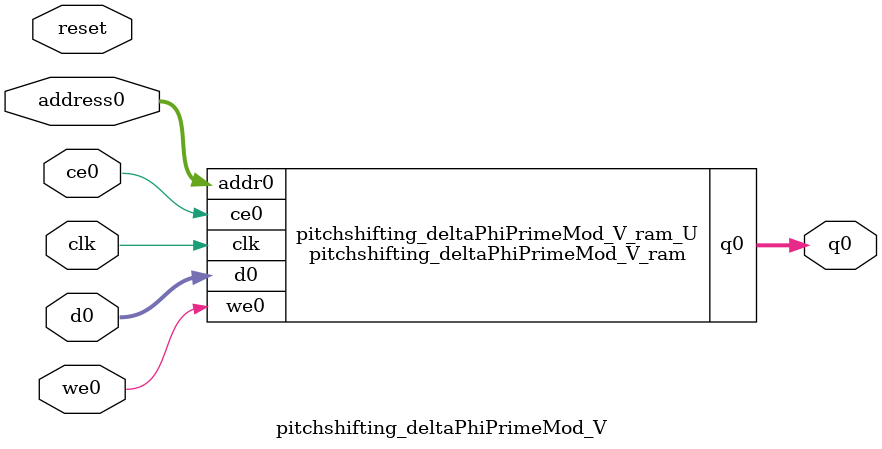
<source format=v>

`timescale 1 ns / 1 ps
module pitchshifting_deltaPhiPrimeMod_V_ram (addr0, ce0, d0, we0, q0,  clk);

parameter DWIDTH = 32;
parameter AWIDTH = 10;
parameter MEM_SIZE = 1024;

input[AWIDTH-1:0] addr0;
input ce0;
input[DWIDTH-1:0] d0;
input we0;
output reg[DWIDTH-1:0] q0;
input clk;

(* ram_style = "block" *)reg [DWIDTH-1:0] ram[MEM_SIZE-1:0];




always @(posedge clk)  
begin 
    if (ce0) 
    begin
        if (we0) 
        begin 
            ram[addr0] <= d0; 
            q0 <= d0;
        end 
        else 
            q0 <= ram[addr0];
    end
end


endmodule


`timescale 1 ns / 1 ps
module pitchshifting_deltaPhiPrimeMod_V(
    reset,
    clk,
    address0,
    ce0,
    we0,
    d0,
    q0);

parameter DataWidth = 32'd32;
parameter AddressRange = 32'd1024;
parameter AddressWidth = 32'd10;
input reset;
input clk;
input[AddressWidth - 1:0] address0;
input ce0;
input we0;
input[DataWidth - 1:0] d0;
output[DataWidth - 1:0] q0;




pitchshifting_deltaPhiPrimeMod_V_ram pitchshifting_deltaPhiPrimeMod_V_ram_U(
    .clk( clk ),
    .addr0( address0 ),
    .ce0( ce0 ),
    .d0( d0 ),
    .we0( we0 ),
    .q0( q0 ));

endmodule


</source>
